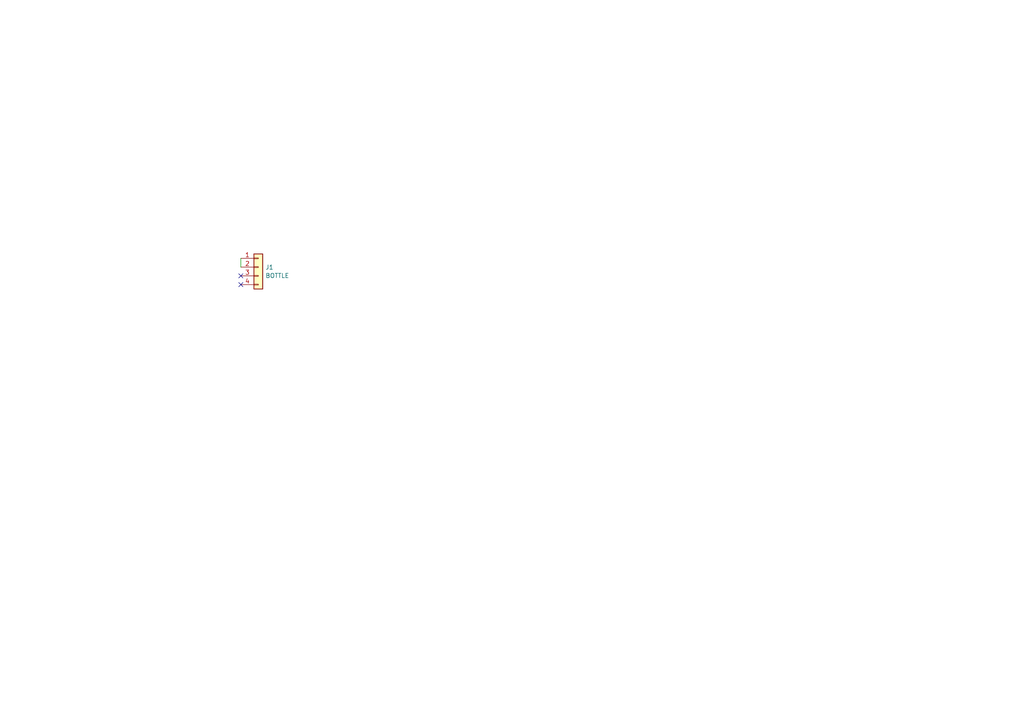
<source format=kicad_sch>
(kicad_sch (version 20230121) (generator eeschema)
  (paper "A4")
  (lib_symbols
    (symbol "Connector_Generic:Conn_01x04" (pin_names (offset 1.016) hide)
      (property "Reference" "J" (at 0 5.08 0))
      (property "Value" "Conn_01x04" (at 0 -7.62 0))
      (symbol "Conn_01x04_1_1"
        (rectangle (start -1.27 -4.953) (end 0 -5.207) (stroke (width 0.1524)))
        (rectangle (start -1.27 -2.413) (end 0 -2.667) (stroke (width 0.1524)))
        (rectangle (start -1.27 0.127) (end 0 -0.127) (stroke (width 0.1524)))
        (rectangle (start -1.27 2.667) (end 0 2.413) (stroke (width 0.1524)))
        (rectangle (start -1.27 3.81) (end 1.27 -6.35) (stroke (width 0.254)) (fill (type background)))
        (pin passive line (at -5.08 2.54 0) (length 3.81) (name "Pin_1") (number "1"))
        (pin passive line (at -5.08 0 0) (length 3.81) (name "Pin_2") (number "2"))
        (pin passive line (at -5.08 -2.54 0) (length 3.81) (name "Pin_3") (number "3"))
        (pin passive line (at -5.08 -5.08 0) (length 3.81) (name "Pin_4") (number "4"))
      )
    )
  )
  (no_connect (at 69.85 80.01))
  (no_connect (at 69.85 82.55))
  (wire (pts (xy 69.85 74.93) (xy 69.85 77.47)))
  (symbol (lib_id "Connector_Generic:Conn_01x04") (at 74.93 77.47 0) (unit 1)
    (property "Reference" "J1" (at 76.962 77.5279 0) (effects (justify left)))
    (property "Value" "BOTTLE" (at 76.962 79.9521 0) (effects (justify left)))
    (property "Footprint" "Connector_PinHeader_2.54mm:PinHeader_1x04_P2.54mm_Vertical" (effects hide))
  )
)
</source>
